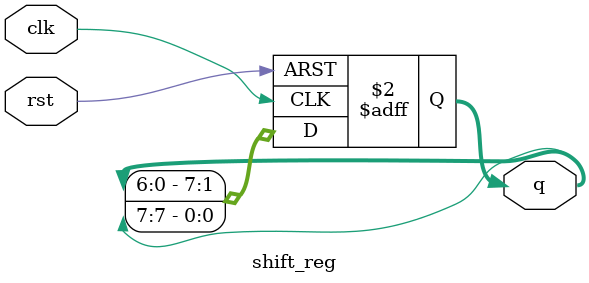
<source format=v>
`timescale 1ns / 1ps


module shift_reg(q,clk,rst);
    input clk, rst;
    output [7:0]q;
    reg [7:0]q;

always@(posedge clk or posedge rst)
    if(rst) 
        begin
            q[7]<=1;
            q[6]<=0;
            q[5]<=1;
            q[4]<=0;
            q[3]<=1;
            q[2]<=0;
            q[1]<=1;
            q[0]<=0;
        end
    else
        begin
            q[7]<=q[6];
            q[6]<=q[5];
            q[5]<=q[4];
            q[4]<=q[3];
            q[3]<=q[2];
            q[2]<=q[1];
            q[1]<=q[0];
            q[0]<=q[7];
        end

endmodule

</source>
